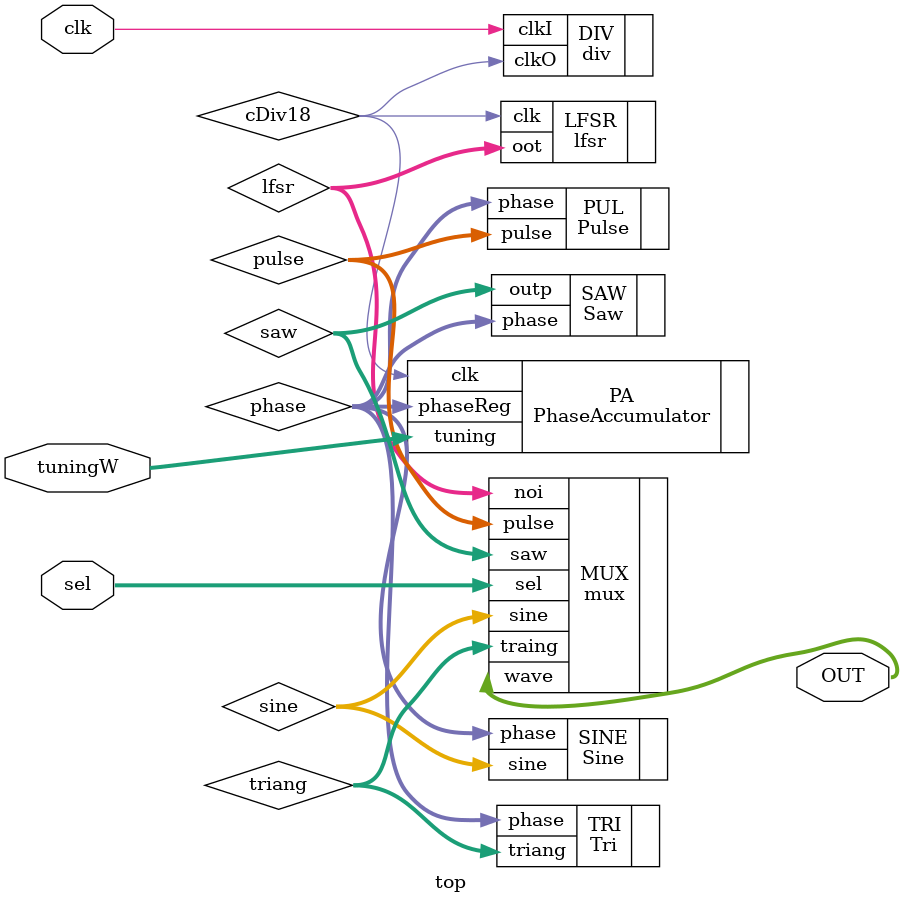
<source format=v>
`timescale 1ns / 1ps
/**
Author: Liam Crowley
Date: 10/29/2023 06:49:21 PM
Top wrapper file for the DDS algorithm
INPUTS: 50MHz clk
OUTPUTS: waveform post mux

*/

module top
    #(
    parameter n = 14,
    parameter m = 12,
    parameter tune = 16
    )
    (
    input wire clk,
    input wire [tune-1:0] tuningW,
    input wire [2:0] sel,
    output wire [m-1:0] OUT
    );
//    (
//    input wire [7:0]  ui_in, // Dedicated inputs - connected to the input switches
//    output wire [7:0] uo_out, // Dedicated outputs - connected to the 7 segment display
//    input wire [7:0]  uio_in, // IOs: Bidirectional Input path
//    output wire [7:0] uio_out, // IOs: Bidirectional Output path
//    output wire [7:0] uio_oe, // IOs: Bidirectional Enable path (active high: 0=input, 1=output)
//    input wire        ena, // will go high when the design is enabled
//    input wire        clk, // clock
//    input wire        rst_n     // reset_n - low to reset
//    );
    wire cDiv18;
    wire [n-1:0] phase;
   // wire [tune-1:0] tuningW;
    wire [m-1:0] triang;
    wire [m-1:0] pulse;
    wire [m-1:0] saw;
    wire [m-1:0] sine;
    wire [m-1:0] lfsr;
    //assign tuningW = {ui_in,uio_in};
    //assign {uo_out,uio_out[7:4]} = OUT;
        
    div #(
    ) DIV
    (.clkI(clk),
    .clkO(cDiv18)
    );
    
    PhaseAccumulator
    #(
    .n(23),
    .m(n),
    .tune(tune)
    )
    PA
    (
    .clk(cDiv18),
    .tuning(tuningW),
    .phaseReg(phase)
    );
    
    Tri
    #(
    .n(n),
    .m(m)
    )
    TRI (
    .phase(phase),
    .triang(triang)
    );
    
    Pulse
    #(
    .n(n),
    .m(m)
    )
    PUL
    (
    .phase(phase),
    .pulse(pulse)
    );
    
    Saw
    #(
    .n(n)
    //.m(m)
    )
    SAW
    (
    .phase(phase),
    .outp(saw)
    );
    
    Sine
    #(
    .n(n),
    .m(m)
    )
    SINE
    (
    .phase(phase),
    .sine(sine)
    );
    
    lfsr
    #(
    .n(n),
    .m(m)
    )
    LFSR
    (
    .clk(cDiv18),
    .oot(lfsr)
    );
    
    mux
    #(
    .m(m)
    )
    MUX
    (
    .sine(sine),
    .saw(saw),
    .pulse(pulse),
    .traing(triang),
    .noi(lfsr),
    .sel(sel),
    .wave(OUT)
    );
endmodule

</source>
